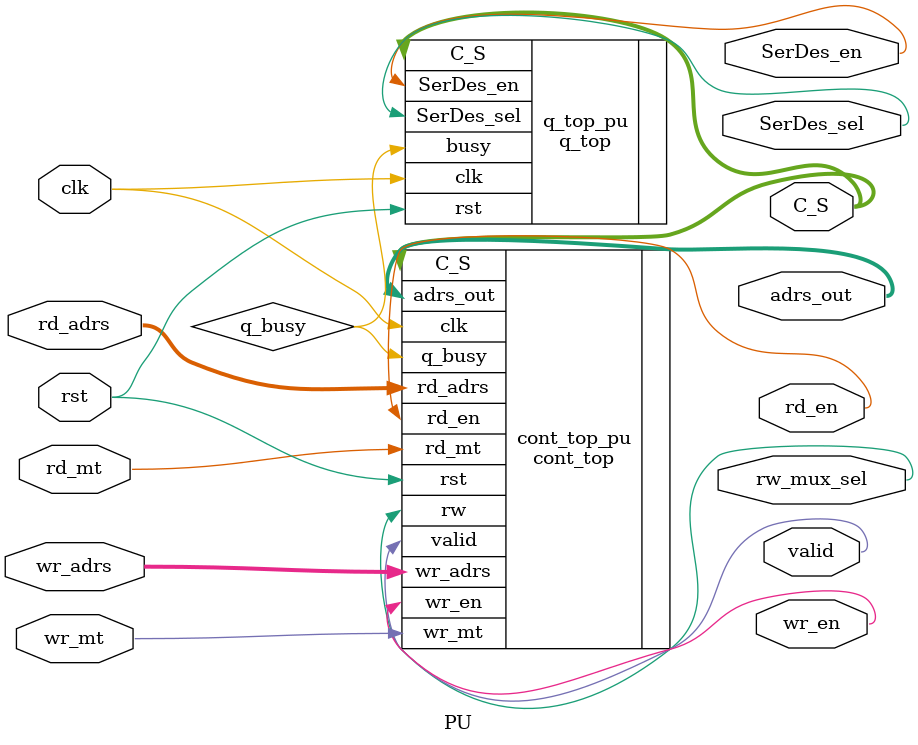
<source format=v>
module PU#(
    parameter CLA=6,
    parameter CL=4,

    parameter q_max=8,
    parameter BL=4,

    parameter t_act=8,
    parameter t_pre=8
)
(
    input wire clk,
    input wire rst,

    //input wire [31:0] in_adrs,
    input wire [31:0] rd_adrs,
    input wire [31:0] wr_adrs,
    
    input wire rd_mt,
    input wire wr_mt,

    output wire [3:0] C_S,

    output wire rw_mux_sel,

    output wire SerDes_en,
    output wire SerDes_sel,
    output wire rd_en,
    output wire wr_en,

    output wire valid,
    output wire [31:0] adrs_out
);
wire q_busy, rw;
cont_top #(
    .t_act(t_act),
    .t_pre(t_pre)
)cont_top_pu(
    .clk(clk),
    .rst(rst),
    
    //.adrs_in(in_adrs),
    .rd_adrs(rd_adrs),
    .wr_adrs(wr_adrs),
    
    .C_S(C_S),
    
    .rd_mt(rd_mt),
    .wr_mt(wr_mt),
    
    .q_busy(q_busy),

    .rw(rw_mux_sel),
    .valid(valid),
    .rd_en(rd_en),
    .wr_en(wr_en),

    .adrs_out(adrs_out)
);

q_top#(
    .CLA(CLA),
    .CL(CL),
    .q_max(q_max),
    .BL(BL)
)q_top_pu(
    .C_S(C_S),
    .clk(clk),
    .rst(rst),
    .SerDes_en(SerDes_en),
    .SerDes_sel(SerDes_sel),
    .busy(q_busy)
    //.rw(rw)
);

endmodule

/*
PU#(
    .CLA(6),
    .CL(4),

    .q_max(8),
    .BL(4),

    .t_act(8),
    .t_pre(8)
)
PU_inst
(
    .clk(),
    .rst(),

    .in_ards(),
    
    .rd_mt(),
    .wr_mt(),

    .C_S(),

    .rw_mux_sel(),

    .SerDes_en(),
    .SerDes_sel(),

    .valid(),
    .adrs_out()
);
    
*/

</source>
